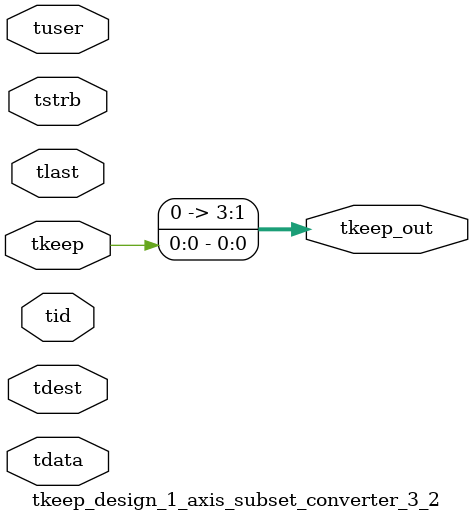
<source format=v>


`timescale 1ps/1ps

module tkeep_design_1_axis_subset_converter_3_2 #
(
parameter C_S_AXIS_TDATA_WIDTH = 32,
parameter C_S_AXIS_TUSER_WIDTH = 0,
parameter C_S_AXIS_TID_WIDTH   = 0,
parameter C_S_AXIS_TDEST_WIDTH = 0,
parameter C_M_AXIS_TDATA_WIDTH = 32
)
(
input  [(C_S_AXIS_TDATA_WIDTH == 0 ? 1 : C_S_AXIS_TDATA_WIDTH)-1:0     ] tdata,
input  [(C_S_AXIS_TUSER_WIDTH == 0 ? 1 : C_S_AXIS_TUSER_WIDTH)-1:0     ] tuser,
input  [(C_S_AXIS_TID_WIDTH   == 0 ? 1 : C_S_AXIS_TID_WIDTH)-1:0       ] tid,
input  [(C_S_AXIS_TDEST_WIDTH == 0 ? 1 : C_S_AXIS_TDEST_WIDTH)-1:0     ] tdest,
input  [(C_S_AXIS_TDATA_WIDTH/8)-1:0 ] tkeep,
input  [(C_S_AXIS_TDATA_WIDTH/8)-1:0 ] tstrb,
input                                                                    tlast,
output [(C_M_AXIS_TDATA_WIDTH/8)-1:0 ] tkeep_out
);

assign tkeep_out = {tkeep[0:0]};

endmodule


</source>
